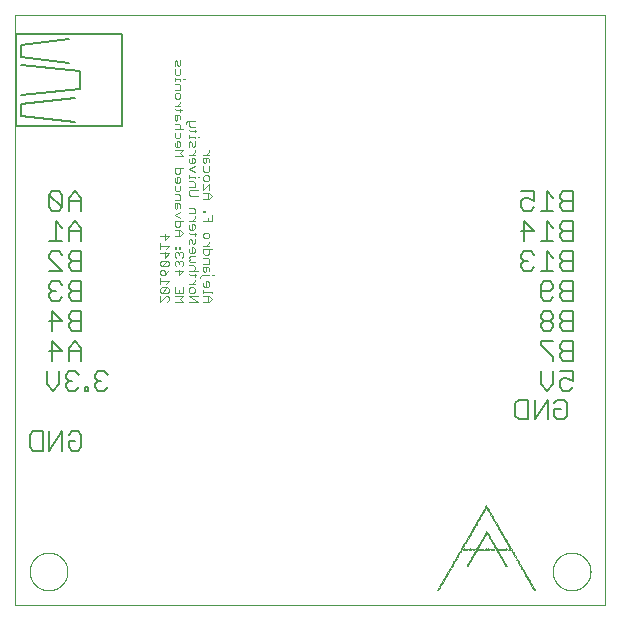
<source format=gbo>
G75*
%MOIN*%
%OFA0B0*%
%FSLAX25Y25*%
%IPPOS*%
%LPD*%
%AMOC8*
5,1,8,0,0,1.08239X$1,22.5*
%
%ADD10C,0.00000*%
%ADD11C,0.00600*%
%ADD12R,0.00300X0.00150*%
%ADD13R,0.00150X0.00150*%
%ADD14R,0.00450X0.00150*%
%ADD15R,0.00750X0.00150*%
%ADD16R,0.00600X0.00150*%
%ADD17R,0.00900X0.00150*%
%ADD18R,0.01500X0.00150*%
%ADD19R,0.01200X0.00150*%
%ADD20C,0.00300*%
%ADD21C,0.00500*%
D10*
X0002083Y0001800D02*
X0002083Y0198650D01*
X0198934Y0198650D01*
X0198934Y0001800D01*
X0002083Y0001800D01*
X0007034Y0013050D02*
X0007036Y0013208D01*
X0007042Y0013366D01*
X0007052Y0013524D01*
X0007066Y0013682D01*
X0007084Y0013839D01*
X0007105Y0013996D01*
X0007131Y0014152D01*
X0007161Y0014308D01*
X0007194Y0014463D01*
X0007232Y0014616D01*
X0007273Y0014769D01*
X0007318Y0014921D01*
X0007367Y0015072D01*
X0007420Y0015221D01*
X0007476Y0015369D01*
X0007536Y0015515D01*
X0007600Y0015660D01*
X0007668Y0015803D01*
X0007739Y0015945D01*
X0007813Y0016085D01*
X0007891Y0016222D01*
X0007973Y0016358D01*
X0008057Y0016492D01*
X0008146Y0016623D01*
X0008237Y0016752D01*
X0008332Y0016879D01*
X0008429Y0017004D01*
X0008530Y0017126D01*
X0008634Y0017245D01*
X0008741Y0017362D01*
X0008851Y0017476D01*
X0008964Y0017587D01*
X0009079Y0017696D01*
X0009197Y0017801D01*
X0009318Y0017903D01*
X0009441Y0018003D01*
X0009567Y0018099D01*
X0009695Y0018192D01*
X0009825Y0018282D01*
X0009958Y0018368D01*
X0010093Y0018452D01*
X0010229Y0018531D01*
X0010368Y0018608D01*
X0010509Y0018680D01*
X0010651Y0018750D01*
X0010795Y0018815D01*
X0010941Y0018877D01*
X0011088Y0018935D01*
X0011237Y0018990D01*
X0011387Y0019041D01*
X0011538Y0019088D01*
X0011690Y0019131D01*
X0011843Y0019170D01*
X0011998Y0019206D01*
X0012153Y0019237D01*
X0012309Y0019265D01*
X0012465Y0019289D01*
X0012622Y0019309D01*
X0012780Y0019325D01*
X0012937Y0019337D01*
X0013096Y0019345D01*
X0013254Y0019349D01*
X0013412Y0019349D01*
X0013570Y0019345D01*
X0013729Y0019337D01*
X0013886Y0019325D01*
X0014044Y0019309D01*
X0014201Y0019289D01*
X0014357Y0019265D01*
X0014513Y0019237D01*
X0014668Y0019206D01*
X0014823Y0019170D01*
X0014976Y0019131D01*
X0015128Y0019088D01*
X0015279Y0019041D01*
X0015429Y0018990D01*
X0015578Y0018935D01*
X0015725Y0018877D01*
X0015871Y0018815D01*
X0016015Y0018750D01*
X0016157Y0018680D01*
X0016298Y0018608D01*
X0016437Y0018531D01*
X0016573Y0018452D01*
X0016708Y0018368D01*
X0016841Y0018282D01*
X0016971Y0018192D01*
X0017099Y0018099D01*
X0017225Y0018003D01*
X0017348Y0017903D01*
X0017469Y0017801D01*
X0017587Y0017696D01*
X0017702Y0017587D01*
X0017815Y0017476D01*
X0017925Y0017362D01*
X0018032Y0017245D01*
X0018136Y0017126D01*
X0018237Y0017004D01*
X0018334Y0016879D01*
X0018429Y0016752D01*
X0018520Y0016623D01*
X0018609Y0016492D01*
X0018693Y0016358D01*
X0018775Y0016222D01*
X0018853Y0016085D01*
X0018927Y0015945D01*
X0018998Y0015803D01*
X0019066Y0015660D01*
X0019130Y0015515D01*
X0019190Y0015369D01*
X0019246Y0015221D01*
X0019299Y0015072D01*
X0019348Y0014921D01*
X0019393Y0014769D01*
X0019434Y0014616D01*
X0019472Y0014463D01*
X0019505Y0014308D01*
X0019535Y0014152D01*
X0019561Y0013996D01*
X0019582Y0013839D01*
X0019600Y0013682D01*
X0019614Y0013524D01*
X0019624Y0013366D01*
X0019630Y0013208D01*
X0019632Y0013050D01*
X0019630Y0012892D01*
X0019624Y0012734D01*
X0019614Y0012576D01*
X0019600Y0012418D01*
X0019582Y0012261D01*
X0019561Y0012104D01*
X0019535Y0011948D01*
X0019505Y0011792D01*
X0019472Y0011637D01*
X0019434Y0011484D01*
X0019393Y0011331D01*
X0019348Y0011179D01*
X0019299Y0011028D01*
X0019246Y0010879D01*
X0019190Y0010731D01*
X0019130Y0010585D01*
X0019066Y0010440D01*
X0018998Y0010297D01*
X0018927Y0010155D01*
X0018853Y0010015D01*
X0018775Y0009878D01*
X0018693Y0009742D01*
X0018609Y0009608D01*
X0018520Y0009477D01*
X0018429Y0009348D01*
X0018334Y0009221D01*
X0018237Y0009096D01*
X0018136Y0008974D01*
X0018032Y0008855D01*
X0017925Y0008738D01*
X0017815Y0008624D01*
X0017702Y0008513D01*
X0017587Y0008404D01*
X0017469Y0008299D01*
X0017348Y0008197D01*
X0017225Y0008097D01*
X0017099Y0008001D01*
X0016971Y0007908D01*
X0016841Y0007818D01*
X0016708Y0007732D01*
X0016573Y0007648D01*
X0016437Y0007569D01*
X0016298Y0007492D01*
X0016157Y0007420D01*
X0016015Y0007350D01*
X0015871Y0007285D01*
X0015725Y0007223D01*
X0015578Y0007165D01*
X0015429Y0007110D01*
X0015279Y0007059D01*
X0015128Y0007012D01*
X0014976Y0006969D01*
X0014823Y0006930D01*
X0014668Y0006894D01*
X0014513Y0006863D01*
X0014357Y0006835D01*
X0014201Y0006811D01*
X0014044Y0006791D01*
X0013886Y0006775D01*
X0013729Y0006763D01*
X0013570Y0006755D01*
X0013412Y0006751D01*
X0013254Y0006751D01*
X0013096Y0006755D01*
X0012937Y0006763D01*
X0012780Y0006775D01*
X0012622Y0006791D01*
X0012465Y0006811D01*
X0012309Y0006835D01*
X0012153Y0006863D01*
X0011998Y0006894D01*
X0011843Y0006930D01*
X0011690Y0006969D01*
X0011538Y0007012D01*
X0011387Y0007059D01*
X0011237Y0007110D01*
X0011088Y0007165D01*
X0010941Y0007223D01*
X0010795Y0007285D01*
X0010651Y0007350D01*
X0010509Y0007420D01*
X0010368Y0007492D01*
X0010229Y0007569D01*
X0010093Y0007648D01*
X0009958Y0007732D01*
X0009825Y0007818D01*
X0009695Y0007908D01*
X0009567Y0008001D01*
X0009441Y0008097D01*
X0009318Y0008197D01*
X0009197Y0008299D01*
X0009079Y0008404D01*
X0008964Y0008513D01*
X0008851Y0008624D01*
X0008741Y0008738D01*
X0008634Y0008855D01*
X0008530Y0008974D01*
X0008429Y0009096D01*
X0008332Y0009221D01*
X0008237Y0009348D01*
X0008146Y0009477D01*
X0008057Y0009608D01*
X0007973Y0009742D01*
X0007891Y0009878D01*
X0007813Y0010015D01*
X0007739Y0010155D01*
X0007668Y0010297D01*
X0007600Y0010440D01*
X0007536Y0010585D01*
X0007476Y0010731D01*
X0007420Y0010879D01*
X0007367Y0011028D01*
X0007318Y0011179D01*
X0007273Y0011331D01*
X0007232Y0011484D01*
X0007194Y0011637D01*
X0007161Y0011792D01*
X0007131Y0011948D01*
X0007105Y0012104D01*
X0007084Y0012261D01*
X0007066Y0012418D01*
X0007052Y0012576D01*
X0007042Y0012734D01*
X0007036Y0012892D01*
X0007034Y0013050D01*
X0181385Y0013050D02*
X0181387Y0013208D01*
X0181393Y0013366D01*
X0181403Y0013524D01*
X0181417Y0013682D01*
X0181435Y0013839D01*
X0181456Y0013996D01*
X0181482Y0014152D01*
X0181512Y0014308D01*
X0181545Y0014463D01*
X0181583Y0014616D01*
X0181624Y0014769D01*
X0181669Y0014921D01*
X0181718Y0015072D01*
X0181771Y0015221D01*
X0181827Y0015369D01*
X0181887Y0015515D01*
X0181951Y0015660D01*
X0182019Y0015803D01*
X0182090Y0015945D01*
X0182164Y0016085D01*
X0182242Y0016222D01*
X0182324Y0016358D01*
X0182408Y0016492D01*
X0182497Y0016623D01*
X0182588Y0016752D01*
X0182683Y0016879D01*
X0182780Y0017004D01*
X0182881Y0017126D01*
X0182985Y0017245D01*
X0183092Y0017362D01*
X0183202Y0017476D01*
X0183315Y0017587D01*
X0183430Y0017696D01*
X0183548Y0017801D01*
X0183669Y0017903D01*
X0183792Y0018003D01*
X0183918Y0018099D01*
X0184046Y0018192D01*
X0184176Y0018282D01*
X0184309Y0018368D01*
X0184444Y0018452D01*
X0184580Y0018531D01*
X0184719Y0018608D01*
X0184860Y0018680D01*
X0185002Y0018750D01*
X0185146Y0018815D01*
X0185292Y0018877D01*
X0185439Y0018935D01*
X0185588Y0018990D01*
X0185738Y0019041D01*
X0185889Y0019088D01*
X0186041Y0019131D01*
X0186194Y0019170D01*
X0186349Y0019206D01*
X0186504Y0019237D01*
X0186660Y0019265D01*
X0186816Y0019289D01*
X0186973Y0019309D01*
X0187131Y0019325D01*
X0187288Y0019337D01*
X0187447Y0019345D01*
X0187605Y0019349D01*
X0187763Y0019349D01*
X0187921Y0019345D01*
X0188080Y0019337D01*
X0188237Y0019325D01*
X0188395Y0019309D01*
X0188552Y0019289D01*
X0188708Y0019265D01*
X0188864Y0019237D01*
X0189019Y0019206D01*
X0189174Y0019170D01*
X0189327Y0019131D01*
X0189479Y0019088D01*
X0189630Y0019041D01*
X0189780Y0018990D01*
X0189929Y0018935D01*
X0190076Y0018877D01*
X0190222Y0018815D01*
X0190366Y0018750D01*
X0190508Y0018680D01*
X0190649Y0018608D01*
X0190788Y0018531D01*
X0190924Y0018452D01*
X0191059Y0018368D01*
X0191192Y0018282D01*
X0191322Y0018192D01*
X0191450Y0018099D01*
X0191576Y0018003D01*
X0191699Y0017903D01*
X0191820Y0017801D01*
X0191938Y0017696D01*
X0192053Y0017587D01*
X0192166Y0017476D01*
X0192276Y0017362D01*
X0192383Y0017245D01*
X0192487Y0017126D01*
X0192588Y0017004D01*
X0192685Y0016879D01*
X0192780Y0016752D01*
X0192871Y0016623D01*
X0192960Y0016492D01*
X0193044Y0016358D01*
X0193126Y0016222D01*
X0193204Y0016085D01*
X0193278Y0015945D01*
X0193349Y0015803D01*
X0193417Y0015660D01*
X0193481Y0015515D01*
X0193541Y0015369D01*
X0193597Y0015221D01*
X0193650Y0015072D01*
X0193699Y0014921D01*
X0193744Y0014769D01*
X0193785Y0014616D01*
X0193823Y0014463D01*
X0193856Y0014308D01*
X0193886Y0014152D01*
X0193912Y0013996D01*
X0193933Y0013839D01*
X0193951Y0013682D01*
X0193965Y0013524D01*
X0193975Y0013366D01*
X0193981Y0013208D01*
X0193983Y0013050D01*
X0193981Y0012892D01*
X0193975Y0012734D01*
X0193965Y0012576D01*
X0193951Y0012418D01*
X0193933Y0012261D01*
X0193912Y0012104D01*
X0193886Y0011948D01*
X0193856Y0011792D01*
X0193823Y0011637D01*
X0193785Y0011484D01*
X0193744Y0011331D01*
X0193699Y0011179D01*
X0193650Y0011028D01*
X0193597Y0010879D01*
X0193541Y0010731D01*
X0193481Y0010585D01*
X0193417Y0010440D01*
X0193349Y0010297D01*
X0193278Y0010155D01*
X0193204Y0010015D01*
X0193126Y0009878D01*
X0193044Y0009742D01*
X0192960Y0009608D01*
X0192871Y0009477D01*
X0192780Y0009348D01*
X0192685Y0009221D01*
X0192588Y0009096D01*
X0192487Y0008974D01*
X0192383Y0008855D01*
X0192276Y0008738D01*
X0192166Y0008624D01*
X0192053Y0008513D01*
X0191938Y0008404D01*
X0191820Y0008299D01*
X0191699Y0008197D01*
X0191576Y0008097D01*
X0191450Y0008001D01*
X0191322Y0007908D01*
X0191192Y0007818D01*
X0191059Y0007732D01*
X0190924Y0007648D01*
X0190788Y0007569D01*
X0190649Y0007492D01*
X0190508Y0007420D01*
X0190366Y0007350D01*
X0190222Y0007285D01*
X0190076Y0007223D01*
X0189929Y0007165D01*
X0189780Y0007110D01*
X0189630Y0007059D01*
X0189479Y0007012D01*
X0189327Y0006969D01*
X0189174Y0006930D01*
X0189019Y0006894D01*
X0188864Y0006863D01*
X0188708Y0006835D01*
X0188552Y0006811D01*
X0188395Y0006791D01*
X0188237Y0006775D01*
X0188080Y0006763D01*
X0187921Y0006755D01*
X0187763Y0006751D01*
X0187605Y0006751D01*
X0187447Y0006755D01*
X0187288Y0006763D01*
X0187131Y0006775D01*
X0186973Y0006791D01*
X0186816Y0006811D01*
X0186660Y0006835D01*
X0186504Y0006863D01*
X0186349Y0006894D01*
X0186194Y0006930D01*
X0186041Y0006969D01*
X0185889Y0007012D01*
X0185738Y0007059D01*
X0185588Y0007110D01*
X0185439Y0007165D01*
X0185292Y0007223D01*
X0185146Y0007285D01*
X0185002Y0007350D01*
X0184860Y0007420D01*
X0184719Y0007492D01*
X0184580Y0007569D01*
X0184444Y0007648D01*
X0184309Y0007732D01*
X0184176Y0007818D01*
X0184046Y0007908D01*
X0183918Y0008001D01*
X0183792Y0008097D01*
X0183669Y0008197D01*
X0183548Y0008299D01*
X0183430Y0008404D01*
X0183315Y0008513D01*
X0183202Y0008624D01*
X0183092Y0008738D01*
X0182985Y0008855D01*
X0182881Y0008974D01*
X0182780Y0009096D01*
X0182683Y0009221D01*
X0182588Y0009348D01*
X0182497Y0009477D01*
X0182408Y0009608D01*
X0182324Y0009742D01*
X0182242Y0009878D01*
X0182164Y0010015D01*
X0182090Y0010155D01*
X0182019Y0010297D01*
X0181951Y0010440D01*
X0181887Y0010585D01*
X0181827Y0010731D01*
X0181771Y0010879D01*
X0181718Y0011028D01*
X0181669Y0011179D01*
X0181624Y0011331D01*
X0181583Y0011484D01*
X0181545Y0011637D01*
X0181512Y0011792D01*
X0181482Y0011948D01*
X0181456Y0012104D01*
X0181435Y0012261D01*
X0181417Y0012418D01*
X0181403Y0012576D01*
X0181393Y0012734D01*
X0181387Y0012892D01*
X0181385Y0013050D01*
D11*
X0182917Y0063850D02*
X0181850Y0064918D01*
X0181850Y0067053D01*
X0183985Y0067053D01*
X0186120Y0069188D02*
X0186120Y0064918D01*
X0185052Y0063850D01*
X0182917Y0063850D01*
X0179674Y0063850D02*
X0179674Y0070255D01*
X0175404Y0063850D01*
X0175404Y0070255D01*
X0173229Y0070255D02*
X0170026Y0070255D01*
X0168959Y0069188D01*
X0168959Y0064918D01*
X0170026Y0063850D01*
X0173229Y0063850D01*
X0173229Y0070255D01*
X0177318Y0075485D02*
X0177318Y0079755D01*
X0181588Y0079755D02*
X0181588Y0075485D01*
X0179453Y0073350D01*
X0177318Y0075485D01*
X0183763Y0074418D02*
X0184831Y0073350D01*
X0186966Y0073350D01*
X0188033Y0074418D01*
X0188033Y0076553D02*
X0185898Y0077620D01*
X0184831Y0077620D01*
X0183763Y0076553D01*
X0183763Y0074418D01*
X0182917Y0070255D02*
X0185052Y0070255D01*
X0186120Y0069188D01*
X0182917Y0070255D02*
X0181850Y0069188D01*
X0188033Y0076553D02*
X0188033Y0079755D01*
X0183763Y0079755D01*
X0184831Y0083350D02*
X0188033Y0083350D01*
X0188033Y0089755D01*
X0184831Y0089755D01*
X0183763Y0088688D01*
X0183763Y0087620D01*
X0184831Y0086553D01*
X0188033Y0086553D01*
X0184831Y0086553D02*
X0183763Y0085485D01*
X0183763Y0084418D01*
X0184831Y0083350D01*
X0181588Y0083350D02*
X0181588Y0084418D01*
X0177318Y0088688D01*
X0177318Y0089755D01*
X0181588Y0089755D01*
X0180520Y0093350D02*
X0178385Y0093350D01*
X0177318Y0094418D01*
X0177318Y0095485D01*
X0178385Y0096553D01*
X0180520Y0096553D01*
X0181588Y0097620D01*
X0181588Y0098688D01*
X0180520Y0099755D01*
X0178385Y0099755D01*
X0177318Y0098688D01*
X0177318Y0097620D01*
X0178385Y0096553D01*
X0180520Y0096553D02*
X0181588Y0095485D01*
X0181588Y0094418D01*
X0180520Y0093350D01*
X0183763Y0094418D02*
X0184831Y0093350D01*
X0188033Y0093350D01*
X0188033Y0099755D01*
X0184831Y0099755D01*
X0183763Y0098688D01*
X0183763Y0097620D01*
X0184831Y0096553D01*
X0188033Y0096553D01*
X0184831Y0096553D02*
X0183763Y0095485D01*
X0183763Y0094418D01*
X0184831Y0103350D02*
X0188033Y0103350D01*
X0188033Y0109755D01*
X0184831Y0109755D01*
X0183763Y0108688D01*
X0183763Y0107620D01*
X0184831Y0106553D01*
X0188033Y0106553D01*
X0184831Y0106553D02*
X0183763Y0105485D01*
X0183763Y0104418D01*
X0184831Y0103350D01*
X0181588Y0104418D02*
X0180520Y0103350D01*
X0178385Y0103350D01*
X0177318Y0104418D01*
X0177318Y0108688D01*
X0178385Y0109755D01*
X0180520Y0109755D01*
X0181588Y0108688D01*
X0181588Y0107620D01*
X0180520Y0106553D01*
X0177318Y0106553D01*
X0177318Y0113350D02*
X0181588Y0113350D01*
X0179453Y0113350D02*
X0179453Y0119755D01*
X0181588Y0117620D01*
X0183763Y0117620D02*
X0183763Y0118688D01*
X0184831Y0119755D01*
X0188033Y0119755D01*
X0188033Y0113350D01*
X0184831Y0113350D01*
X0183763Y0114418D01*
X0183763Y0115485D01*
X0184831Y0116553D01*
X0188033Y0116553D01*
X0184831Y0116553D02*
X0183763Y0117620D01*
X0184831Y0123350D02*
X0188033Y0123350D01*
X0188033Y0129755D01*
X0184831Y0129755D01*
X0183763Y0128688D01*
X0183763Y0127620D01*
X0184831Y0126553D01*
X0188033Y0126553D01*
X0184831Y0126553D02*
X0183763Y0125485D01*
X0183763Y0124418D01*
X0184831Y0123350D01*
X0181588Y0123350D02*
X0177318Y0123350D01*
X0179453Y0123350D02*
X0179453Y0129755D01*
X0181588Y0127620D01*
X0181588Y0133350D02*
X0177318Y0133350D01*
X0179453Y0133350D02*
X0179453Y0139755D01*
X0181588Y0137620D01*
X0183763Y0137620D02*
X0183763Y0138688D01*
X0184831Y0139755D01*
X0188033Y0139755D01*
X0188033Y0133350D01*
X0184831Y0133350D01*
X0183763Y0134418D01*
X0183763Y0135485D01*
X0184831Y0136553D01*
X0188033Y0136553D01*
X0184831Y0136553D02*
X0183763Y0137620D01*
X0175142Y0136553D02*
X0173007Y0137620D01*
X0171940Y0137620D01*
X0170872Y0136553D01*
X0170872Y0134418D01*
X0171940Y0133350D01*
X0174075Y0133350D01*
X0175142Y0134418D01*
X0175142Y0136553D02*
X0175142Y0139755D01*
X0170872Y0139755D01*
X0171940Y0129755D02*
X0175142Y0126553D01*
X0170872Y0126553D01*
X0171940Y0129755D02*
X0171940Y0123350D01*
X0171940Y0119755D02*
X0170872Y0118688D01*
X0170872Y0117620D01*
X0171940Y0116553D01*
X0170872Y0115485D01*
X0170872Y0114418D01*
X0171940Y0113350D01*
X0174075Y0113350D01*
X0175142Y0114418D01*
X0173007Y0116553D02*
X0171940Y0116553D01*
X0171940Y0119755D02*
X0174075Y0119755D01*
X0175142Y0118688D01*
X0033033Y0078688D02*
X0031966Y0079755D01*
X0029831Y0079755D01*
X0028763Y0078688D01*
X0028763Y0077620D01*
X0029831Y0076553D01*
X0028763Y0075485D01*
X0028763Y0074418D01*
X0029831Y0073350D01*
X0031966Y0073350D01*
X0033033Y0074418D01*
X0030898Y0076553D02*
X0029831Y0076553D01*
X0026588Y0074418D02*
X0025520Y0074418D01*
X0025520Y0073350D01*
X0026588Y0073350D01*
X0026588Y0074418D01*
X0023365Y0074418D02*
X0022298Y0073350D01*
X0020162Y0073350D01*
X0019095Y0074418D01*
X0019095Y0075485D01*
X0020162Y0076553D01*
X0021230Y0076553D01*
X0020162Y0076553D02*
X0019095Y0077620D01*
X0019095Y0078688D01*
X0020162Y0079755D01*
X0022298Y0079755D01*
X0023365Y0078688D01*
X0024283Y0083350D02*
X0024283Y0087620D01*
X0022148Y0089755D01*
X0020013Y0087620D01*
X0020013Y0083350D01*
X0020013Y0086553D02*
X0024283Y0086553D01*
X0024283Y0093350D02*
X0021081Y0093350D01*
X0020013Y0094418D01*
X0020013Y0095485D01*
X0021081Y0096553D01*
X0024283Y0096553D01*
X0024283Y0099755D02*
X0021081Y0099755D01*
X0020013Y0098688D01*
X0020013Y0097620D01*
X0021081Y0096553D01*
X0017838Y0096553D02*
X0013568Y0096553D01*
X0014635Y0099755D02*
X0017838Y0096553D01*
X0014635Y0093350D02*
X0014635Y0099755D01*
X0014635Y0103350D02*
X0016770Y0103350D01*
X0017838Y0104418D01*
X0020013Y0104418D02*
X0021081Y0103350D01*
X0024283Y0103350D01*
X0024283Y0109755D01*
X0021081Y0109755D01*
X0020013Y0108688D01*
X0020013Y0107620D01*
X0021081Y0106553D01*
X0024283Y0106553D01*
X0021081Y0106553D02*
X0020013Y0105485D01*
X0020013Y0104418D01*
X0017838Y0108688D02*
X0016770Y0109755D01*
X0014635Y0109755D01*
X0013568Y0108688D01*
X0013568Y0107620D01*
X0014635Y0106553D01*
X0013568Y0105485D01*
X0013568Y0104418D01*
X0014635Y0103350D01*
X0014635Y0106553D02*
X0015703Y0106553D01*
X0013568Y0113350D02*
X0017838Y0113350D01*
X0013568Y0117620D01*
X0013568Y0118688D01*
X0014635Y0119755D01*
X0016770Y0119755D01*
X0017838Y0118688D01*
X0020013Y0118688D02*
X0020013Y0117620D01*
X0021081Y0116553D01*
X0024283Y0116553D01*
X0024283Y0119755D02*
X0021081Y0119755D01*
X0020013Y0118688D01*
X0021081Y0116553D02*
X0020013Y0115485D01*
X0020013Y0114418D01*
X0021081Y0113350D01*
X0024283Y0113350D01*
X0024283Y0119755D01*
X0024283Y0123350D02*
X0024283Y0127620D01*
X0022148Y0129755D01*
X0020013Y0127620D01*
X0020013Y0123350D01*
X0017838Y0123350D02*
X0013568Y0123350D01*
X0015703Y0123350D02*
X0015703Y0129755D01*
X0017838Y0127620D01*
X0020013Y0126553D02*
X0024283Y0126553D01*
X0024283Y0133350D02*
X0024283Y0137620D01*
X0022148Y0139755D01*
X0020013Y0137620D01*
X0020013Y0133350D01*
X0017838Y0134418D02*
X0013568Y0138688D01*
X0013568Y0134418D01*
X0014635Y0133350D01*
X0016770Y0133350D01*
X0017838Y0134418D01*
X0017838Y0138688D01*
X0016770Y0139755D01*
X0014635Y0139755D01*
X0013568Y0138688D01*
X0020013Y0136553D02*
X0024283Y0136553D01*
X0024283Y0099755D02*
X0024283Y0093350D01*
X0017838Y0086553D02*
X0013568Y0086553D01*
X0014635Y0089755D02*
X0017838Y0086553D01*
X0014635Y0083350D02*
X0014635Y0089755D01*
X0012649Y0079755D02*
X0012649Y0075485D01*
X0014784Y0073350D01*
X0016920Y0075485D01*
X0016920Y0079755D01*
X0017838Y0059755D02*
X0013568Y0053350D01*
X0013568Y0059755D01*
X0011392Y0059755D02*
X0008190Y0059755D01*
X0007122Y0058688D01*
X0007122Y0054418D01*
X0008190Y0053350D01*
X0011392Y0053350D01*
X0011392Y0059755D01*
X0017838Y0059755D02*
X0017838Y0053350D01*
X0020013Y0054418D02*
X0020013Y0056553D01*
X0022148Y0056553D01*
X0020013Y0058688D02*
X0021081Y0059755D01*
X0023216Y0059755D01*
X0024283Y0058688D01*
X0024283Y0054418D01*
X0023216Y0053350D01*
X0021081Y0053350D01*
X0020013Y0054418D01*
D12*
X0143158Y0006450D03*
X0143608Y0006900D03*
X0143608Y0007350D03*
X0144058Y0007500D03*
X0144208Y0007800D03*
X0144358Y0008100D03*
X0144808Y0009000D03*
X0144658Y0009150D03*
X0145108Y0009300D03*
X0144958Y0009600D03*
X0145708Y0010200D03*
X0146008Y0011400D03*
X0146458Y0011550D03*
X0146458Y0012000D03*
X0146608Y0012450D03*
X0147508Y0013800D03*
X0147658Y0014100D03*
X0148108Y0014400D03*
X0148108Y0014850D03*
X0148858Y0015750D03*
X0149158Y0016200D03*
X0149008Y0016500D03*
X0149608Y0017550D03*
X0149908Y0017850D03*
X0150208Y0018150D03*
X0150208Y0018600D03*
X0150808Y0019050D03*
X0150808Y0019500D03*
X0150808Y0019650D03*
X0151408Y0020100D03*
X0151258Y0020400D03*
X0151708Y0020250D03*
X0151708Y0019950D03*
X0152608Y0020250D03*
X0153208Y0019800D03*
X0153508Y0020100D03*
X0153808Y0020250D03*
X0154708Y0020250D03*
X0155008Y0019950D03*
X0155458Y0019950D03*
X0155608Y0020250D03*
X0157108Y0019950D03*
X0158158Y0020250D03*
X0158608Y0020250D03*
X0159208Y0019950D03*
X0159508Y0020100D03*
X0159808Y0020250D03*
X0160708Y0020250D03*
X0161008Y0019950D03*
X0161308Y0020100D03*
X0161608Y0020250D03*
X0161908Y0020100D03*
X0164908Y0020250D03*
X0165508Y0020100D03*
X0165808Y0020250D03*
X0166708Y0019950D03*
X0166708Y0019800D03*
X0167008Y0020250D03*
X0167608Y0020250D03*
X0167758Y0019950D03*
X0167608Y0019800D03*
X0168208Y0019650D03*
X0168358Y0018900D03*
X0168508Y0018600D03*
X0169108Y0018150D03*
X0169108Y0017550D03*
X0169408Y0017100D03*
X0169708Y0016950D03*
X0170008Y0016200D03*
X0170608Y0015600D03*
X0170608Y0015000D03*
X0171208Y0014250D03*
X0171508Y0013650D03*
X0171658Y0013350D03*
X0171808Y0013200D03*
X0171808Y0012750D03*
X0172558Y0012300D03*
X0172708Y0011700D03*
X0173008Y0010950D03*
X0173308Y0010650D03*
X0173458Y0010200D03*
X0173758Y0009750D03*
X0174058Y0008850D03*
X0174358Y0008700D03*
X0174658Y0008400D03*
X0174808Y0008100D03*
X0174808Y0007650D03*
X0175408Y0007200D03*
X0175408Y0006600D03*
X0167608Y0020700D03*
X0166408Y0022500D03*
X0166558Y0022650D03*
X0165808Y0023250D03*
X0165808Y0023700D03*
X0165808Y0023850D03*
X0165208Y0024300D03*
X0165208Y0024750D03*
X0164608Y0025350D03*
X0164308Y0025950D03*
X0164308Y0026550D03*
X0163858Y0026700D03*
X0163858Y0027300D03*
X0163408Y0027300D03*
X0163408Y0027750D03*
X0162808Y0028500D03*
X0162208Y0029550D03*
X0161908Y0030000D03*
X0161908Y0030600D03*
X0161458Y0030750D03*
X0161308Y0031050D03*
X0160708Y0032100D03*
X0160708Y0032250D03*
X0160708Y0032700D03*
X0160408Y0033150D03*
X0159958Y0033600D03*
X0159208Y0033750D03*
X0158908Y0033450D03*
X0158608Y0033150D03*
X0158458Y0032550D03*
X0158008Y0032100D03*
X0157558Y0031500D03*
X0157858Y0031200D03*
X0157558Y0030900D03*
X0157408Y0030600D03*
X0156808Y0030150D03*
X0156958Y0029850D03*
X0156508Y0029100D03*
X0155908Y0028650D03*
X0155758Y0027750D03*
X0155308Y0027600D03*
X0153658Y0024000D03*
X0153208Y0023850D03*
X0153058Y0023550D03*
X0153208Y0023400D03*
X0152908Y0022800D03*
X0152458Y0022650D03*
X0152308Y0021900D03*
X0152308Y0021600D03*
X0159508Y0026100D03*
X0159508Y0026250D03*
D13*
X0162583Y0028800D03*
X0162583Y0028950D03*
X0162433Y0029100D03*
X0162583Y0029250D03*
X0162433Y0029400D03*
X0162583Y0029550D03*
X0162283Y0029700D03*
X0162283Y0029850D03*
X0161983Y0029850D03*
X0162283Y0030150D03*
X0162133Y0030300D03*
X0161683Y0030300D03*
X0161683Y0030450D03*
X0161533Y0030600D03*
X0161683Y0030900D03*
X0161683Y0031200D03*
X0161533Y0031350D03*
X0161383Y0031500D03*
X0161383Y0031650D03*
X0161233Y0031800D03*
X0160933Y0031800D03*
X0160933Y0031650D03*
X0160933Y0031500D03*
X0161083Y0031350D03*
X0161083Y0032100D03*
X0161083Y0032250D03*
X0160933Y0032400D03*
X0160483Y0032400D03*
X0160333Y0032700D03*
X0160483Y0032850D03*
X0160633Y0033000D03*
X0160183Y0033000D03*
X0160033Y0033150D03*
X0159883Y0033300D03*
X0159733Y0033450D03*
X0160183Y0033450D03*
X0160333Y0033600D03*
X0160183Y0033750D03*
X0159883Y0033900D03*
X0159883Y0034050D03*
X0159733Y0034200D03*
X0159733Y0034350D03*
X0159583Y0034500D03*
X0159583Y0034650D03*
X0159433Y0034800D03*
X0159283Y0034500D03*
X0159433Y0034350D03*
X0159283Y0034200D03*
X0159433Y0034050D03*
X0159583Y0033900D03*
X0159283Y0033600D03*
X0159133Y0033900D03*
X0158983Y0034050D03*
X0158683Y0033600D03*
X0158833Y0033300D03*
X0158983Y0033150D03*
X0158833Y0032850D03*
X0158683Y0032700D03*
X0158383Y0032850D03*
X0158533Y0033000D03*
X0158083Y0032550D03*
X0158083Y0032400D03*
X0158233Y0032250D03*
X0158383Y0032100D03*
X0158233Y0031950D03*
X0158083Y0031650D03*
X0157933Y0031500D03*
X0157783Y0031650D03*
X0157783Y0031800D03*
X0157483Y0031200D03*
X0157333Y0031050D03*
X0157183Y0030900D03*
X0157033Y0030600D03*
X0157183Y0030300D03*
X0157333Y0030450D03*
X0157333Y0030150D03*
X0157183Y0030000D03*
X0156883Y0029550D03*
X0156883Y0029400D03*
X0156583Y0029550D03*
X0156583Y0029700D03*
X0156583Y0029850D03*
X0156433Y0029400D03*
X0156283Y0029250D03*
X0156583Y0029250D03*
X0156433Y0028800D03*
X0156433Y0028650D03*
X0156283Y0028500D03*
X0155983Y0028350D03*
X0155683Y0028350D03*
X0155683Y0028200D03*
X0155533Y0027900D03*
X0155683Y0027600D03*
X0155383Y0027450D03*
X0155233Y0027300D03*
X0155083Y0027150D03*
X0155383Y0027150D03*
X0155383Y0027000D03*
X0155233Y0026850D03*
X0155083Y0026700D03*
X0155083Y0026550D03*
X0154783Y0026550D03*
X0154783Y0026700D03*
X0154933Y0026850D03*
X0154783Y0026400D03*
X0154633Y0026250D03*
X0154483Y0026100D03*
X0154333Y0025950D03*
X0154333Y0025800D03*
X0154633Y0025800D03*
X0154633Y0025650D03*
X0154483Y0025500D03*
X0154333Y0025350D03*
X0154333Y0025200D03*
X0154183Y0025050D03*
X0154033Y0025200D03*
X0154033Y0025350D03*
X0154183Y0025500D03*
X0154783Y0025950D03*
X0154783Y0026100D03*
X0155083Y0026250D03*
X0155533Y0027300D03*
X0155983Y0028800D03*
X0156133Y0028950D03*
X0158533Y0032250D03*
X0162133Y0029400D03*
X0162733Y0029100D03*
X0162883Y0029250D03*
X0163033Y0028800D03*
X0162733Y0028650D03*
X0163033Y0028350D03*
X0163183Y0028500D03*
X0163333Y0028200D03*
X0163183Y0028050D03*
X0163033Y0027900D03*
X0162883Y0028050D03*
X0163483Y0028050D03*
X0163333Y0027450D03*
X0163633Y0027000D03*
X0163783Y0026850D03*
X0163933Y0027000D03*
X0164233Y0026850D03*
X0164083Y0026400D03*
X0164083Y0026250D03*
X0164083Y0026100D03*
X0164383Y0025800D03*
X0164533Y0025650D03*
X0164833Y0025800D03*
X0164833Y0025500D03*
X0164983Y0025350D03*
X0164983Y0025200D03*
X0164833Y0025050D03*
X0164833Y0024900D03*
X0164833Y0024750D03*
X0164983Y0024450D03*
X0165283Y0024600D03*
X0165433Y0024450D03*
X0165583Y0024300D03*
X0165583Y0024150D03*
X0165433Y0024000D03*
X0165433Y0023850D03*
X0165583Y0023400D03*
X0165883Y0023100D03*
X0165883Y0022950D03*
X0166033Y0022650D03*
X0166183Y0022800D03*
X0166333Y0022950D03*
X0166333Y0023100D03*
X0166183Y0023250D03*
X0166033Y0023550D03*
X0166333Y0022050D03*
X0166633Y0021750D03*
X0166783Y0021900D03*
X0166933Y0022050D03*
X0167083Y0021750D03*
X0166933Y0021600D03*
X0166783Y0021450D03*
X0166933Y0021300D03*
X0167233Y0021300D03*
X0167233Y0021450D03*
X0167233Y0021600D03*
X0167383Y0021150D03*
X0167533Y0021000D03*
X0167533Y0020850D03*
X0167233Y0020700D03*
X0167083Y0020850D03*
X0167083Y0021000D03*
X0167383Y0020550D03*
X0167383Y0020100D03*
X0167233Y0019950D03*
X0167083Y0020100D03*
X0166633Y0020250D03*
X0166333Y0020100D03*
X0166183Y0019950D03*
X0166033Y0020100D03*
X0165733Y0019950D03*
X0165883Y0019800D03*
X0165433Y0019950D03*
X0165133Y0019950D03*
X0165133Y0019800D03*
X0164833Y0019950D03*
X0164833Y0020100D03*
X0164533Y0019950D03*
X0164533Y0019800D03*
X0164233Y0019800D03*
X0164083Y0019950D03*
X0163783Y0019950D03*
X0163783Y0020100D03*
X0163633Y0020250D03*
X0163483Y0020100D03*
X0163633Y0019800D03*
X0162283Y0019800D03*
X0162133Y0019950D03*
X0162133Y0020250D03*
X0161683Y0019800D03*
X0161533Y0019950D03*
X0161233Y0019800D03*
X0161083Y0020250D03*
X0160783Y0020100D03*
X0160633Y0019950D03*
X0160633Y0019800D03*
X0160333Y0020100D03*
X0160183Y0019950D03*
X0160033Y0020100D03*
X0159733Y0019950D03*
X0159883Y0019800D03*
X0159433Y0019800D03*
X0158983Y0020100D03*
X0158833Y0019950D03*
X0158833Y0019800D03*
X0158533Y0020100D03*
X0158383Y0019950D03*
X0158233Y0019800D03*
X0158083Y0019950D03*
X0157783Y0019950D03*
X0157783Y0020100D03*
X0157633Y0020250D03*
X0157333Y0020100D03*
X0157183Y0020250D03*
X0157033Y0020100D03*
X0156883Y0020250D03*
X0156583Y0020100D03*
X0156733Y0019950D03*
X0156883Y0019800D03*
X0156283Y0019950D03*
X0156133Y0020100D03*
X0155833Y0020100D03*
X0155233Y0020100D03*
X0155083Y0020250D03*
X0154783Y0020100D03*
X0154633Y0019950D03*
X0154633Y0019800D03*
X0154333Y0020100D03*
X0154183Y0019950D03*
X0154033Y0020100D03*
X0153733Y0019950D03*
X0153883Y0019800D03*
X0153283Y0019950D03*
X0153283Y0020250D03*
X0152983Y0020250D03*
X0152983Y0020100D03*
X0152833Y0019950D03*
X0152683Y0020100D03*
X0152383Y0019950D03*
X0152533Y0019800D03*
X0152083Y0019950D03*
X0152083Y0020100D03*
X0152083Y0020250D03*
X0152233Y0020400D03*
X0151633Y0020550D03*
X0151633Y0020700D03*
X0151483Y0020850D03*
X0151633Y0021000D03*
X0151633Y0021150D03*
X0151783Y0021300D03*
X0151783Y0021450D03*
X0151933Y0021600D03*
X0151933Y0021750D03*
X0152083Y0022050D03*
X0152383Y0022050D03*
X0152533Y0022200D03*
X0152533Y0022350D03*
X0152233Y0022350D03*
X0152833Y0022350D03*
X0152833Y0022500D03*
X0152683Y0022950D03*
X0152683Y0023100D03*
X0152833Y0023250D03*
X0152983Y0022950D03*
X0153283Y0023250D03*
X0153433Y0023700D03*
X0153433Y0024150D03*
X0153433Y0024300D03*
X0153583Y0024600D03*
X0153733Y0024750D03*
X0153883Y0024450D03*
X0153883Y0024300D03*
X0153733Y0024150D03*
X0154033Y0024600D03*
X0152233Y0021450D03*
X0152083Y0021300D03*
X0151933Y0021000D03*
X0151783Y0020850D03*
X0151333Y0020550D03*
X0151033Y0020100D03*
X0151033Y0019950D03*
X0151183Y0019800D03*
X0151183Y0019650D03*
X0151033Y0019350D03*
X0150583Y0019350D03*
X0150433Y0019050D03*
X0150433Y0018900D03*
X0150583Y0018750D03*
X0150583Y0018600D03*
X0150433Y0018450D03*
X0150133Y0018750D03*
X0149983Y0018300D03*
X0149833Y0018150D03*
X0149683Y0017700D03*
X0149833Y0017400D03*
X0149983Y0017550D03*
X0149533Y0017250D03*
X0149383Y0017400D03*
X0149383Y0017100D03*
X0149233Y0016950D03*
X0149083Y0016800D03*
X0149083Y0016650D03*
X0149383Y0016650D03*
X0149383Y0016500D03*
X0149533Y0016800D03*
X0149683Y0016950D03*
X0148783Y0016350D03*
X0148633Y0016050D03*
X0148933Y0016050D03*
X0148483Y0015750D03*
X0148333Y0015600D03*
X0148183Y0015300D03*
X0148333Y0015150D03*
X0148333Y0015000D03*
X0148333Y0014700D03*
X0147883Y0014700D03*
X0147733Y0014550D03*
X0147733Y0014400D03*
X0148033Y0014250D03*
X0148033Y0014100D03*
X0147733Y0013650D03*
X0147583Y0013500D03*
X0147433Y0013350D03*
X0147433Y0013200D03*
X0147133Y0013350D03*
X0146983Y0013200D03*
X0147133Y0013050D03*
X0147283Y0012900D03*
X0147133Y0012600D03*
X0146983Y0012450D03*
X0146833Y0012300D03*
X0146833Y0012150D03*
X0146533Y0012150D03*
X0146683Y0011850D03*
X0146233Y0011850D03*
X0146083Y0011550D03*
X0145933Y0011250D03*
X0145783Y0011100D03*
X0145783Y0010950D03*
X0146083Y0010950D03*
X0146083Y0010800D03*
X0146233Y0011100D03*
X0146383Y0011250D03*
X0145783Y0010500D03*
X0145483Y0010350D03*
X0145333Y0010500D03*
X0145183Y0010200D03*
X0145333Y0010050D03*
X0145483Y0009900D03*
X0145483Y0009750D03*
X0145333Y0009600D03*
X0145183Y0009750D03*
X0145033Y0009900D03*
X0145033Y0008850D03*
X0144733Y0008700D03*
X0144433Y0008700D03*
X0144433Y0008850D03*
X0144283Y0008550D03*
X0144133Y0008250D03*
X0143983Y0007950D03*
X0143833Y0007800D03*
X0144133Y0007650D03*
X0143533Y0007050D03*
X0143383Y0006750D03*
X0143533Y0006450D03*
X0143833Y0006750D03*
X0147283Y0013500D03*
X0147283Y0013650D03*
X0147433Y0013950D03*
X0148633Y0015150D03*
X0148483Y0015300D03*
X0150283Y0018000D03*
X0151783Y0019800D03*
X0154183Y0020400D03*
X0155233Y0019800D03*
X0157483Y0019950D03*
X0157633Y0019800D03*
X0159133Y0020250D03*
X0159433Y0020400D03*
X0160183Y0020400D03*
X0165283Y0020250D03*
X0166183Y0020400D03*
X0167833Y0020400D03*
X0168133Y0020100D03*
X0167983Y0019800D03*
X0168133Y0019500D03*
X0168133Y0019350D03*
X0167983Y0019200D03*
X0168283Y0019200D03*
X0168433Y0019350D03*
X0168583Y0019200D03*
X0168733Y0019050D03*
X0168733Y0018900D03*
X0168883Y0018750D03*
X0168883Y0018450D03*
X0168733Y0018300D03*
X0168583Y0018450D03*
X0168733Y0018000D03*
X0168883Y0017850D03*
X0169333Y0017850D03*
X0169333Y0017700D03*
X0169483Y0017550D03*
X0169183Y0017400D03*
X0169333Y0017250D03*
X0169633Y0017250D03*
X0169933Y0016800D03*
X0170083Y0016650D03*
X0170233Y0016350D03*
X0170383Y0016200D03*
X0170383Y0015900D03*
X0170083Y0015900D03*
X0170083Y0015750D03*
X0170233Y0015600D03*
X0170533Y0015450D03*
X0170533Y0015300D03*
X0170383Y0015150D03*
X0170833Y0015150D03*
X0170983Y0015000D03*
X0170983Y0014850D03*
X0171133Y0014700D03*
X0171283Y0014550D03*
X0170983Y0014400D03*
X0170833Y0014550D03*
X0170683Y0014700D03*
X0171133Y0013950D03*
X0171133Y0013800D03*
X0171433Y0013800D03*
X0171583Y0013950D03*
X0171433Y0014100D03*
X0171283Y0013500D03*
X0171883Y0013500D03*
X0171883Y0013650D03*
X0172183Y0013050D03*
X0172183Y0012750D03*
X0172183Y0012600D03*
X0172033Y0012450D03*
X0172183Y0012300D03*
X0172333Y0012150D03*
X0172483Y0012000D03*
X0172333Y0011850D03*
X0172483Y0011550D03*
X0172633Y0011250D03*
X0172783Y0011100D03*
X0172933Y0011400D03*
X0172933Y0011550D03*
X0172783Y0011850D03*
X0172483Y0012450D03*
X0171883Y0012900D03*
X0173083Y0011250D03*
X0173233Y0011100D03*
X0173383Y0010950D03*
X0172933Y0010800D03*
X0173233Y0010500D03*
X0173233Y0010350D03*
X0173533Y0010500D03*
X0173683Y0010350D03*
X0173683Y0010050D03*
X0173533Y0009900D03*
X0173683Y0009600D03*
X0173983Y0009600D03*
X0174133Y0009450D03*
X0174283Y0009300D03*
X0174283Y0009150D03*
X0173983Y0009150D03*
X0173833Y0009300D03*
X0173983Y0009900D03*
X0174433Y0008850D03*
X0174133Y0008550D03*
X0174433Y0008250D03*
X0174583Y0007950D03*
X0174883Y0008250D03*
X0174733Y0008550D03*
X0175033Y0007950D03*
X0175183Y0007800D03*
X0175183Y0007500D03*
X0174883Y0007500D03*
X0174883Y0007350D03*
X0175183Y0007050D03*
X0175183Y0006900D03*
X0175483Y0006750D03*
X0175633Y0006900D03*
X0175783Y0006750D03*
X0175633Y0006450D03*
X0175933Y0006450D03*
X0175483Y0007350D03*
X0170083Y0016050D03*
X0169483Y0016650D03*
X0169033Y0018300D03*
X0165133Y0025050D03*
X0164533Y0026100D03*
X0164533Y0026250D03*
D14*
X0163633Y0027600D03*
X0166633Y0022200D03*
X0169783Y0016500D03*
X0155983Y0019800D03*
X0154033Y0024900D03*
X0155983Y0028050D03*
X0148633Y0015450D03*
X0146833Y0012750D03*
X0145633Y0010650D03*
X0144583Y0008400D03*
X0143833Y0007200D03*
D15*
X0152983Y0014550D03*
X0153133Y0014700D03*
X0153133Y0014850D03*
X0153283Y0015000D03*
X0153283Y0015150D03*
X0153433Y0015300D03*
X0153583Y0015600D03*
X0153733Y0015750D03*
X0153733Y0015900D03*
X0153883Y0016050D03*
X0153883Y0016200D03*
X0154033Y0016350D03*
X0154183Y0016650D03*
X0154333Y0016800D03*
X0154333Y0016950D03*
X0154483Y0017100D03*
X0154483Y0017250D03*
X0154633Y0017400D03*
X0154783Y0017700D03*
X0154933Y0017850D03*
X0154933Y0018000D03*
X0155083Y0018150D03*
X0155083Y0018300D03*
X0155233Y0018450D03*
X0155383Y0018600D03*
X0155383Y0018750D03*
X0155533Y0018900D03*
X0155533Y0019050D03*
X0155683Y0019200D03*
X0155683Y0019350D03*
X0155833Y0019500D03*
X0155983Y0019650D03*
X0156283Y0020400D03*
X0156433Y0020550D03*
X0156583Y0020700D03*
X0156583Y0020850D03*
X0156733Y0021000D03*
X0156733Y0021150D03*
X0156883Y0021300D03*
X0157033Y0021600D03*
X0157183Y0021750D03*
X0157183Y0021900D03*
X0157333Y0022050D03*
X0157333Y0022200D03*
X0157483Y0022350D03*
X0157633Y0022650D03*
X0157783Y0022800D03*
X0157783Y0022950D03*
X0157933Y0023100D03*
X0158083Y0023400D03*
X0158233Y0023700D03*
X0158383Y0023850D03*
X0158383Y0024000D03*
X0158533Y0024150D03*
X0158533Y0024300D03*
X0158683Y0024450D03*
X0158833Y0024750D03*
X0158983Y0024900D03*
X0158983Y0025050D03*
X0160033Y0025050D03*
X0160033Y0024900D03*
X0160183Y0024750D03*
X0160333Y0024600D03*
X0160333Y0024450D03*
X0160483Y0024300D03*
X0160483Y0024150D03*
X0160633Y0024000D03*
X0160633Y0023850D03*
X0160783Y0023700D03*
X0160933Y0023400D03*
X0161083Y0023100D03*
X0161233Y0022950D03*
X0161233Y0022800D03*
X0161383Y0022650D03*
X0161533Y0022350D03*
X0161683Y0022200D03*
X0161683Y0022050D03*
X0161833Y0021900D03*
X0161833Y0021750D03*
X0161983Y0021600D03*
X0162133Y0021300D03*
X0162283Y0021150D03*
X0162283Y0021000D03*
X0162433Y0020850D03*
X0162583Y0020550D03*
X0162883Y0019950D03*
X0163033Y0019800D03*
X0163033Y0019650D03*
X0163183Y0019500D03*
X0163333Y0019200D03*
X0163483Y0019050D03*
X0163483Y0018900D03*
X0163633Y0018750D03*
X0163783Y0018450D03*
X0163933Y0018300D03*
X0163933Y0018150D03*
X0164083Y0018000D03*
X0164083Y0017850D03*
X0164233Y0017700D03*
X0164383Y0017400D03*
X0164533Y0017100D03*
X0164683Y0016950D03*
X0164683Y0016800D03*
X0164833Y0016650D03*
X0164983Y0016350D03*
X0165133Y0016200D03*
X0165133Y0016050D03*
X0165283Y0015900D03*
X0165283Y0015750D03*
X0165433Y0015600D03*
X0165583Y0015300D03*
X0165733Y0015150D03*
X0165733Y0015000D03*
X0165883Y0014850D03*
X0165883Y0014700D03*
X0166033Y0014550D03*
D16*
X0165508Y0015450D03*
X0164908Y0016500D03*
X0164458Y0017250D03*
X0164308Y0017550D03*
X0163708Y0018600D03*
X0163258Y0019350D03*
X0164308Y0020250D03*
X0162508Y0020700D03*
X0162058Y0021450D03*
X0161458Y0022500D03*
X0161008Y0023250D03*
X0160858Y0023550D03*
X0159508Y0025950D03*
X0158758Y0024600D03*
X0158158Y0023550D03*
X0158008Y0023250D03*
X0157558Y0022500D03*
X0156958Y0021450D03*
X0154708Y0017550D03*
X0154108Y0016500D03*
X0153508Y0015450D03*
D17*
X0162658Y0020400D03*
X0162808Y0020250D03*
X0162808Y0020100D03*
X0159508Y0025650D03*
X0159508Y0025800D03*
D18*
X0159508Y0025350D03*
X0159508Y0025200D03*
D19*
X0159508Y0025500D03*
D20*
X0067836Y0103897D02*
X0066868Y0102930D01*
X0064933Y0102930D01*
X0066385Y0102930D02*
X0066385Y0104865D01*
X0066868Y0104865D02*
X0064933Y0104865D01*
X0064933Y0105876D02*
X0064933Y0106844D01*
X0064933Y0106360D02*
X0067836Y0106360D01*
X0067836Y0105876D01*
X0066868Y0104865D02*
X0067836Y0103897D01*
X0066385Y0107841D02*
X0065417Y0107841D01*
X0064933Y0108324D01*
X0064933Y0109292D01*
X0065901Y0109776D02*
X0065901Y0107841D01*
X0066385Y0107841D02*
X0066868Y0108324D01*
X0066868Y0109292D01*
X0066385Y0109776D01*
X0065901Y0109776D01*
X0063966Y0110787D02*
X0063966Y0111271D01*
X0064450Y0111755D01*
X0066868Y0111755D01*
X0067836Y0111755D02*
X0068320Y0111755D01*
X0066868Y0113235D02*
X0066868Y0114203D01*
X0066385Y0114686D01*
X0064933Y0114686D01*
X0064933Y0113235D01*
X0065417Y0112751D01*
X0065901Y0113235D01*
X0065901Y0114686D01*
X0066868Y0115698D02*
X0064933Y0115698D01*
X0064933Y0117633D02*
X0066385Y0117633D01*
X0066868Y0117149D01*
X0066868Y0115698D01*
X0066385Y0118644D02*
X0065417Y0118644D01*
X0064933Y0119128D01*
X0064933Y0120579D01*
X0067836Y0120579D01*
X0066868Y0120579D02*
X0066868Y0119128D01*
X0066385Y0118644D01*
X0066868Y0121591D02*
X0064933Y0121591D01*
X0065901Y0121591D02*
X0066868Y0122558D01*
X0066868Y0123042D01*
X0066385Y0124046D02*
X0065417Y0124046D01*
X0064933Y0124530D01*
X0064933Y0125498D01*
X0065417Y0125981D01*
X0066385Y0125981D01*
X0066868Y0125498D01*
X0066868Y0124530D01*
X0066385Y0124046D01*
X0062552Y0125512D02*
X0060617Y0125512D01*
X0060133Y0125996D01*
X0060617Y0126993D02*
X0060133Y0127477D01*
X0060133Y0128444D01*
X0061101Y0128928D02*
X0061101Y0126993D01*
X0061585Y0126993D02*
X0062068Y0127477D01*
X0062068Y0128444D01*
X0061585Y0128928D01*
X0061101Y0128928D01*
X0061101Y0129939D02*
X0062068Y0130907D01*
X0062068Y0131391D01*
X0062068Y0132395D02*
X0060133Y0132395D01*
X0060133Y0134330D02*
X0061585Y0134330D01*
X0062068Y0133846D01*
X0062068Y0132395D01*
X0062068Y0129939D02*
X0060133Y0129939D01*
X0058236Y0129910D02*
X0055333Y0129910D01*
X0055333Y0128459D01*
X0055817Y0127975D01*
X0056785Y0127975D01*
X0057268Y0128459D01*
X0057268Y0129910D01*
X0057268Y0130922D02*
X0055333Y0131889D01*
X0057268Y0132857D01*
X0057268Y0134352D02*
X0057268Y0135319D01*
X0056785Y0135803D01*
X0055333Y0135803D01*
X0055333Y0134352D01*
X0055817Y0133868D01*
X0056301Y0134352D01*
X0056301Y0135803D01*
X0057268Y0136815D02*
X0057268Y0138266D01*
X0056785Y0138750D01*
X0055333Y0138750D01*
X0055817Y0139761D02*
X0055333Y0140245D01*
X0055333Y0141696D01*
X0055817Y0142708D02*
X0056785Y0142708D01*
X0057268Y0143191D01*
X0057268Y0144159D01*
X0056785Y0144643D01*
X0056301Y0144643D01*
X0056301Y0142708D01*
X0055817Y0142708D02*
X0055333Y0143191D01*
X0055333Y0144159D01*
X0055817Y0145654D02*
X0056785Y0145654D01*
X0057268Y0146138D01*
X0057268Y0147589D01*
X0058236Y0147589D02*
X0055333Y0147589D01*
X0055333Y0146138D01*
X0055817Y0145654D01*
X0057268Y0141696D02*
X0057268Y0140245D01*
X0056785Y0139761D01*
X0055817Y0139761D01*
X0055333Y0136815D02*
X0057268Y0136815D01*
X0060133Y0138772D02*
X0060133Y0139739D01*
X0060617Y0140223D01*
X0063036Y0140223D01*
X0062068Y0141234D02*
X0062068Y0142686D01*
X0061585Y0143169D01*
X0060133Y0143169D01*
X0060133Y0144181D02*
X0060133Y0145148D01*
X0060133Y0144665D02*
X0062068Y0144665D01*
X0062068Y0144181D01*
X0063036Y0144665D02*
X0063520Y0144665D01*
X0064933Y0144650D02*
X0064933Y0143682D01*
X0065417Y0143199D01*
X0066385Y0143199D01*
X0066868Y0143682D01*
X0066868Y0144650D01*
X0066385Y0145134D01*
X0065417Y0145134D01*
X0064933Y0144650D01*
X0065417Y0146145D02*
X0064933Y0146629D01*
X0064933Y0148080D01*
X0065417Y0149092D02*
X0065901Y0149576D01*
X0065901Y0151027D01*
X0066385Y0151027D02*
X0064933Y0151027D01*
X0064933Y0149576D01*
X0065417Y0149092D01*
X0066868Y0149576D02*
X0066868Y0150543D01*
X0066385Y0151027D01*
X0066868Y0152038D02*
X0064933Y0152038D01*
X0065901Y0152038D02*
X0066868Y0153006D01*
X0066868Y0153490D01*
X0066868Y0148080D02*
X0066868Y0146629D01*
X0066385Y0146145D01*
X0065417Y0146145D01*
X0062068Y0146145D02*
X0060133Y0147113D01*
X0062068Y0148080D01*
X0061585Y0149092D02*
X0062068Y0149576D01*
X0062068Y0150543D01*
X0061585Y0151027D01*
X0061101Y0151027D01*
X0061101Y0149092D01*
X0060617Y0149092D02*
X0061585Y0149092D01*
X0060617Y0149092D02*
X0060133Y0149576D01*
X0060133Y0150543D01*
X0060133Y0152038D02*
X0062068Y0152038D01*
X0061101Y0152038D02*
X0062068Y0153006D01*
X0062068Y0153490D01*
X0061585Y0154494D02*
X0062068Y0154977D01*
X0062068Y0156429D01*
X0062068Y0157440D02*
X0062068Y0157924D01*
X0060133Y0157924D01*
X0060133Y0157440D02*
X0060133Y0158408D01*
X0060617Y0159888D02*
X0060133Y0160372D01*
X0060617Y0159888D02*
X0062552Y0159888D01*
X0062068Y0159405D02*
X0062068Y0160372D01*
X0062068Y0161369D02*
X0060617Y0161369D01*
X0060133Y0161853D01*
X0060133Y0163304D01*
X0059650Y0163304D02*
X0059166Y0162820D01*
X0059166Y0162336D01*
X0059650Y0163304D02*
X0062068Y0163304D01*
X0058236Y0160387D02*
X0055333Y0160387D01*
X0055333Y0159375D02*
X0055333Y0157924D01*
X0055817Y0157440D01*
X0056785Y0157440D01*
X0057268Y0157924D01*
X0057268Y0159375D01*
X0056785Y0160387D02*
X0057268Y0160870D01*
X0057268Y0161838D01*
X0056785Y0162322D01*
X0055333Y0162322D01*
X0055817Y0163333D02*
X0056301Y0163817D01*
X0056301Y0165268D01*
X0056785Y0165268D02*
X0055333Y0165268D01*
X0055333Y0163817D01*
X0055817Y0163333D01*
X0057268Y0163817D02*
X0057268Y0164785D01*
X0056785Y0165268D01*
X0057268Y0166280D02*
X0057268Y0167247D01*
X0057752Y0166764D02*
X0055817Y0166764D01*
X0055333Y0167247D01*
X0055333Y0168244D02*
X0057268Y0168244D01*
X0056301Y0168244D02*
X0057268Y0169212D01*
X0057268Y0169695D01*
X0056785Y0170700D02*
X0055817Y0170700D01*
X0055333Y0171183D01*
X0055333Y0172151D01*
X0055817Y0172635D01*
X0056785Y0172635D01*
X0057268Y0172151D01*
X0057268Y0171183D01*
X0056785Y0170700D01*
X0057268Y0173646D02*
X0055333Y0173646D01*
X0055333Y0175581D02*
X0056785Y0175581D01*
X0057268Y0175097D01*
X0057268Y0173646D01*
X0057268Y0176593D02*
X0057268Y0177076D01*
X0055333Y0177076D01*
X0055333Y0176593D02*
X0055333Y0177560D01*
X0055817Y0178557D02*
X0055333Y0179041D01*
X0055333Y0180492D01*
X0055333Y0181503D02*
X0055333Y0182955D01*
X0055817Y0183438D01*
X0056301Y0182955D01*
X0056301Y0181987D01*
X0056785Y0181503D01*
X0057268Y0181987D01*
X0057268Y0183438D01*
X0057268Y0180492D02*
X0057268Y0179041D01*
X0056785Y0178557D01*
X0055817Y0178557D01*
X0058236Y0177076D02*
X0058720Y0177076D01*
X0063036Y0157924D02*
X0063520Y0157924D01*
X0061101Y0155945D02*
X0061101Y0154977D01*
X0061585Y0154494D01*
X0060133Y0154494D02*
X0060133Y0155945D01*
X0060617Y0156429D01*
X0061101Y0155945D01*
X0058236Y0153482D02*
X0055333Y0153482D01*
X0055817Y0154494D02*
X0056785Y0154494D01*
X0057268Y0154977D01*
X0057268Y0155945D01*
X0056785Y0156429D01*
X0056301Y0156429D01*
X0056301Y0154494D01*
X0055817Y0154494D02*
X0055333Y0154977D01*
X0055333Y0155945D01*
X0058236Y0153482D02*
X0057268Y0152515D01*
X0058236Y0151547D01*
X0055333Y0151547D01*
X0060133Y0141234D02*
X0062068Y0141234D01*
X0063036Y0138288D02*
X0060617Y0138288D01*
X0060133Y0138772D01*
X0064933Y0139241D02*
X0066868Y0139241D01*
X0067836Y0138273D01*
X0066868Y0137306D01*
X0064933Y0137306D01*
X0066385Y0137306D02*
X0066385Y0139241D01*
X0066868Y0140252D02*
X0066868Y0142187D01*
X0064933Y0140252D01*
X0064933Y0142187D01*
X0064933Y0133370D02*
X0064933Y0132886D01*
X0065417Y0132886D01*
X0065417Y0133370D01*
X0064933Y0133370D01*
X0066385Y0130907D02*
X0066385Y0129939D01*
X0067836Y0129939D02*
X0067836Y0131874D01*
X0067836Y0129939D02*
X0064933Y0129939D01*
X0061585Y0126993D02*
X0060617Y0126993D01*
X0062068Y0125996D02*
X0062068Y0125029D01*
X0062068Y0124017D02*
X0062068Y0122566D01*
X0061585Y0122082D01*
X0061101Y0122566D01*
X0061101Y0123533D01*
X0060617Y0124017D01*
X0060133Y0123533D01*
X0060133Y0122082D01*
X0061101Y0121070D02*
X0061101Y0119136D01*
X0061585Y0119136D02*
X0062068Y0119619D01*
X0062068Y0120587D01*
X0061585Y0121070D01*
X0061101Y0121070D01*
X0060133Y0120587D02*
X0060133Y0119619D01*
X0060617Y0119136D01*
X0061585Y0119136D01*
X0062068Y0118124D02*
X0060617Y0118124D01*
X0060133Y0117640D01*
X0060617Y0117156D01*
X0060133Y0116673D01*
X0060617Y0116189D01*
X0062068Y0116189D01*
X0061585Y0115177D02*
X0060133Y0115177D01*
X0061585Y0115177D02*
X0062068Y0114694D01*
X0062068Y0113726D01*
X0061585Y0113242D01*
X0062068Y0112246D02*
X0062068Y0111278D01*
X0062552Y0111762D02*
X0060617Y0111762D01*
X0060133Y0112246D01*
X0060133Y0113242D02*
X0063036Y0113242D01*
X0062068Y0110274D02*
X0062068Y0109790D01*
X0061101Y0108823D01*
X0062068Y0108823D02*
X0060133Y0108823D01*
X0060617Y0107811D02*
X0060133Y0107327D01*
X0060133Y0106360D01*
X0060617Y0105876D01*
X0061585Y0105876D01*
X0062068Y0106360D01*
X0062068Y0107327D01*
X0061585Y0107811D01*
X0060617Y0107811D01*
X0058236Y0107811D02*
X0058236Y0105876D01*
X0055333Y0105876D01*
X0055333Y0107811D01*
X0056785Y0106844D02*
X0056785Y0105876D01*
X0058236Y0104865D02*
X0055333Y0104865D01*
X0055333Y0102930D02*
X0058236Y0102930D01*
X0057268Y0103897D01*
X0058236Y0104865D01*
X0060133Y0104865D02*
X0063036Y0104865D01*
X0063036Y0102930D02*
X0060133Y0104865D01*
X0060133Y0102930D02*
X0063036Y0102930D01*
X0056785Y0111769D02*
X0056785Y0113704D01*
X0057752Y0114716D02*
X0058236Y0115199D01*
X0058236Y0116167D01*
X0057752Y0116651D01*
X0057268Y0116651D01*
X0056785Y0116167D01*
X0056301Y0116651D01*
X0055817Y0116651D01*
X0055333Y0116167D01*
X0055333Y0115199D01*
X0055817Y0114716D01*
X0056785Y0115683D02*
X0056785Y0116167D01*
X0057752Y0117662D02*
X0058236Y0118146D01*
X0058236Y0119113D01*
X0057752Y0119597D01*
X0057268Y0119597D01*
X0056785Y0119113D01*
X0056301Y0119597D01*
X0055817Y0119597D01*
X0055333Y0119113D01*
X0055333Y0118146D01*
X0055817Y0117662D01*
X0056785Y0118630D02*
X0056785Y0119113D01*
X0056785Y0120609D02*
X0057268Y0120609D01*
X0057268Y0121093D01*
X0056785Y0121093D01*
X0056785Y0120609D01*
X0055817Y0120609D02*
X0055333Y0120609D01*
X0055333Y0121093D01*
X0055817Y0121093D01*
X0055817Y0120609D01*
X0053436Y0121576D02*
X0050533Y0121576D01*
X0050533Y0120609D02*
X0050533Y0122544D01*
X0051985Y0123555D02*
X0051985Y0125490D01*
X0053436Y0125007D02*
X0050533Y0125007D01*
X0051985Y0123555D02*
X0053436Y0125007D01*
X0055333Y0125029D02*
X0057268Y0125029D01*
X0058236Y0125996D01*
X0057268Y0126964D01*
X0055333Y0126964D01*
X0056785Y0126964D02*
X0056785Y0125029D01*
X0053436Y0121576D02*
X0052468Y0120609D01*
X0051985Y0119597D02*
X0051985Y0117662D01*
X0053436Y0119113D01*
X0050533Y0119113D01*
X0051017Y0116651D02*
X0050533Y0116167D01*
X0050533Y0115199D01*
X0051017Y0114716D01*
X0052952Y0116651D01*
X0051017Y0116651D01*
X0052952Y0116651D02*
X0053436Y0116167D01*
X0053436Y0115199D01*
X0052952Y0114716D01*
X0051017Y0114716D01*
X0051017Y0113704D02*
X0051501Y0113704D01*
X0051985Y0113220D01*
X0051985Y0111769D01*
X0051017Y0111769D01*
X0050533Y0112253D01*
X0050533Y0113220D01*
X0051017Y0113704D01*
X0052952Y0112737D02*
X0051985Y0111769D01*
X0052952Y0112737D02*
X0053436Y0113704D01*
X0055333Y0113220D02*
X0058236Y0113220D01*
X0056785Y0111769D01*
X0053436Y0109790D02*
X0050533Y0109790D01*
X0050533Y0108823D02*
X0050533Y0110758D01*
X0052468Y0108823D02*
X0053436Y0109790D01*
X0052952Y0107811D02*
X0051017Y0105876D01*
X0050533Y0106360D01*
X0050533Y0107327D01*
X0051017Y0107811D01*
X0052952Y0107811D01*
X0053436Y0107327D01*
X0053436Y0106360D01*
X0052952Y0105876D01*
X0051017Y0105876D01*
X0050533Y0104865D02*
X0050533Y0102930D01*
X0052468Y0104865D01*
X0052952Y0104865D01*
X0053436Y0104381D01*
X0053436Y0103413D01*
X0052952Y0102930D01*
D21*
X0037753Y0161446D02*
X0002320Y0161446D01*
X0002320Y0192154D01*
X0037753Y0192154D01*
X0037753Y0161446D01*
X0023973Y0173847D02*
X0004288Y0171879D01*
X0004288Y0168926D02*
X0022005Y0170894D01*
X0023973Y0173847D02*
X0023973Y0179753D01*
X0004288Y0181721D01*
X0004288Y0184674D02*
X0020036Y0182706D01*
X0020036Y0190580D02*
X0004288Y0188611D01*
X0004288Y0184674D01*
X0004288Y0168926D02*
X0004288Y0164989D01*
X0022005Y0163020D01*
M02*

</source>
